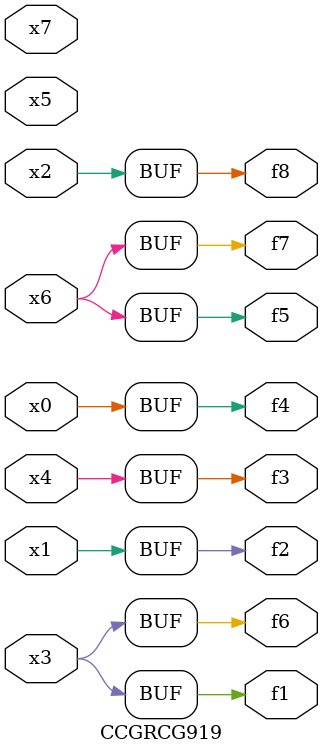
<source format=v>
module CCGRCG919(
	input x0, x1, x2, x3, x4, x5, x6, x7,
	output f1, f2, f3, f4, f5, f6, f7, f8
);
	assign f1 = x3;
	assign f2 = x1;
	assign f3 = x4;
	assign f4 = x0;
	assign f5 = x6;
	assign f6 = x3;
	assign f7 = x6;
	assign f8 = x2;
endmodule

</source>
